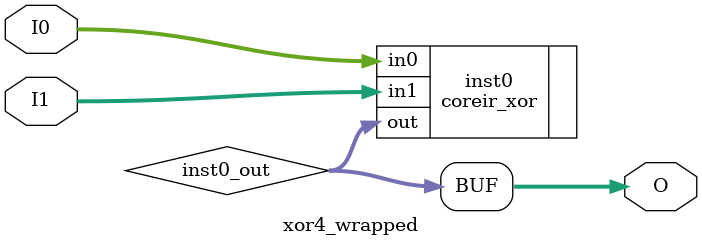
<source format=v>
module xor4_wrapped (input [3:0] I0, input [3:0] I1, output [3:0] O);
wire [3:0] inst0_out;
coreir_xor inst0 (.in0(I0), .in1(I1), .out(inst0_out));
assign O = inst0_out;
endmodule


</source>
